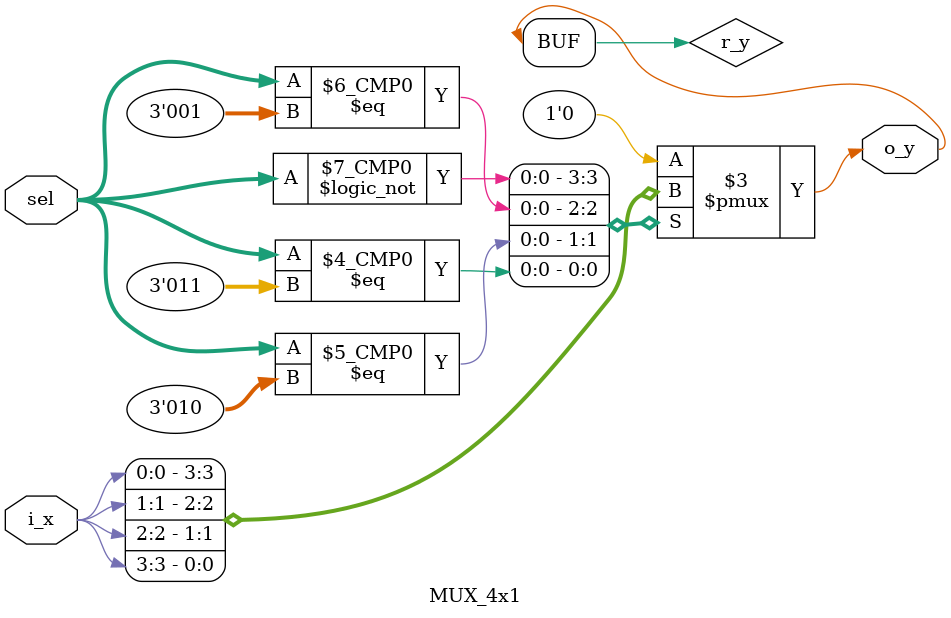
<source format=v>
`timescale 1ns / 1ps

module MUX_4x1(
    input [3:0] i_x,
    input [2:0] sel,
    output o_y
    );

    reg r_y;
    assign o_y = r_y;

    always @(*) begin
        r_y = 1'b0;
        case (sel)
            3'b000 : r_y = i_x[0];
            3'b001 : r_y = i_x[1];
            3'b010 : r_y = i_x[2];
            3'b011 : r_y = i_x[3];
        endcase
    end
endmodule

</source>
